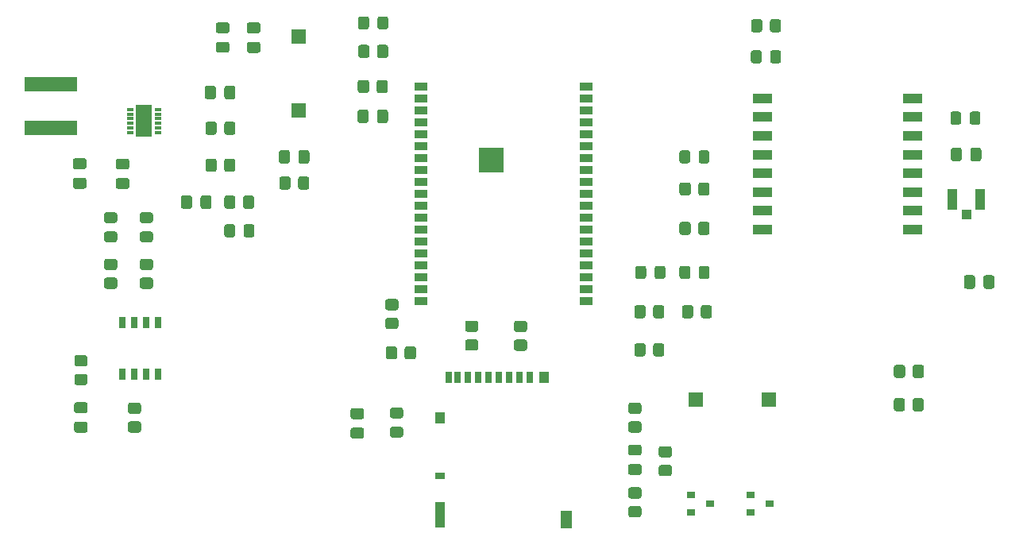
<source format=gbr>
%TF.GenerationSoftware,KiCad,Pcbnew,(5.1.9)-1*%
%TF.CreationDate,2021-07-21T07:35:28-05:00*%
%TF.ProjectId,SE_placa,53455f70-6c61-4636-912e-6b696361645f,A*%
%TF.SameCoordinates,Original*%
%TF.FileFunction,Paste,Top*%
%TF.FilePolarity,Positive*%
%FSLAX46Y46*%
G04 Gerber Fmt 4.6, Leading zero omitted, Abs format (unit mm)*
G04 Created by KiCad (PCBNEW (5.1.9)-1) date 2021-07-21 07:35:28*
%MOMM*%
%LPD*%
G01*
G04 APERTURE LIST*
%ADD10C,0.010000*%
%ADD11R,2.000000X1.000000*%
%ADD12R,1.450000X0.930000*%
%ADD13R,1.300000X1.900000*%
%ADD14R,1.000000X2.800000*%
%ADD15R,1.000000X0.800000*%
%ADD16R,1.000000X1.200000*%
%ADD17R,0.700000X1.200000*%
%ADD18R,1.500000X1.500000*%
%ADD19R,1.050000X1.100000*%
%ADD20R,1.100000X2.250000*%
%ADD21R,0.900000X0.800000*%
%ADD22R,0.700000X1.300000*%
%ADD23R,5.700000X1.600000*%
%ADD24R,0.800000X0.300000*%
%ADD25R,1.800000X3.400000*%
G04 APERTURE END LIST*
D10*
%TO.C,U1*%
G36*
X161181530Y-35095000D02*
G01*
X163715000Y-35095000D01*
X163715000Y-37626044D01*
X161181530Y-37626044D01*
X161181530Y-35095000D01*
G37*
X161181530Y-35095000D02*
X163715000Y-35095000D01*
X163715000Y-37626044D01*
X161181530Y-37626044D01*
X161181530Y-35095000D01*
%TD*%
D11*
%TO.C,U2*%
X207390000Y-29830000D03*
X207390000Y-31830000D03*
X207390000Y-33830000D03*
X207390000Y-35830000D03*
X207390000Y-37830000D03*
X207390000Y-39830000D03*
X207390000Y-41830000D03*
X207390000Y-43830000D03*
X191390000Y-43830000D03*
X191390000Y-41830000D03*
X191390000Y-39830000D03*
X191390000Y-37830000D03*
X191390000Y-35830000D03*
X191390000Y-33830000D03*
X191390000Y-31830000D03*
X191390000Y-29830000D03*
%TD*%
%TO.C,R10*%
G36*
G01*
X184020000Y-52127999D02*
X184020000Y-53028001D01*
G75*
G02*
X183770001Y-53278000I-249999J0D01*
G01*
X183069999Y-53278000D01*
G75*
G02*
X182820000Y-53028001I0J249999D01*
G01*
X182820000Y-52127999D01*
G75*
G02*
X183069999Y-51878000I249999J0D01*
G01*
X183770001Y-51878000D01*
G75*
G02*
X184020000Y-52127999I0J-249999D01*
G01*
G37*
G36*
G01*
X186020000Y-52127999D02*
X186020000Y-53028001D01*
G75*
G02*
X185770001Y-53278000I-249999J0D01*
G01*
X185069999Y-53278000D01*
G75*
G02*
X184820000Y-53028001I0J249999D01*
G01*
X184820000Y-52127999D01*
G75*
G02*
X185069999Y-51878000I249999J0D01*
G01*
X185770001Y-51878000D01*
G75*
G02*
X186020000Y-52127999I0J-249999D01*
G01*
G37*
%TD*%
D12*
%TO.C,U1*%
X172640000Y-28570000D03*
X172640000Y-29840000D03*
X172640000Y-31110000D03*
X172640000Y-32380000D03*
X172640000Y-33650000D03*
X172640000Y-34920000D03*
X172640000Y-36190000D03*
X172640000Y-37460000D03*
X172640000Y-38730000D03*
X172640000Y-40000000D03*
X172640000Y-41270000D03*
X172640000Y-42540000D03*
X172640000Y-43810000D03*
X172640000Y-45080000D03*
X172640000Y-46350000D03*
X172640000Y-47620000D03*
X172640000Y-48890000D03*
X172640000Y-50160000D03*
X172640000Y-51430000D03*
X155020000Y-51430000D03*
X155020000Y-50160000D03*
X155020000Y-48890000D03*
X155020000Y-47620000D03*
X155020000Y-46350000D03*
X155020000Y-45080000D03*
X155020000Y-43810000D03*
X155020000Y-42540000D03*
X155020000Y-41270000D03*
X155020000Y-40000000D03*
X155020000Y-38730000D03*
X155020000Y-37460000D03*
X155020000Y-36190000D03*
X155020000Y-34920000D03*
X155020000Y-33650000D03*
X155020000Y-32380000D03*
X155020000Y-31110000D03*
X155020000Y-29840000D03*
X155020000Y-28570000D03*
%TD*%
D13*
%TO.C,J2*%
X170505000Y-74685000D03*
D14*
X157005000Y-74235000D03*
D15*
X157005000Y-70085000D03*
D16*
X157005000Y-63885000D03*
X168155000Y-59585000D03*
D17*
X160005000Y-59585000D03*
X161105000Y-59585000D03*
X162205000Y-59585000D03*
X163305000Y-59585000D03*
X164405000Y-59585000D03*
X165505000Y-59585000D03*
X166605000Y-59585000D03*
X158905000Y-59585000D03*
X157955000Y-59585000D03*
%TD*%
%TO.C,R11*%
G36*
G01*
X150260000Y-29025001D02*
X150260000Y-28124999D01*
G75*
G02*
X150509999Y-27875000I249999J0D01*
G01*
X151210001Y-27875000D01*
G75*
G02*
X151460000Y-28124999I0J-249999D01*
G01*
X151460000Y-29025001D01*
G75*
G02*
X151210001Y-29275000I-249999J0D01*
G01*
X150509999Y-29275000D01*
G75*
G02*
X150260000Y-29025001I0J249999D01*
G01*
G37*
G36*
G01*
X148260000Y-29025001D02*
X148260000Y-28124999D01*
G75*
G02*
X148509999Y-27875000I249999J0D01*
G01*
X149210001Y-27875000D01*
G75*
G02*
X149460000Y-28124999I0J-249999D01*
G01*
X149460000Y-29025001D01*
G75*
G02*
X149210001Y-29275000I-249999J0D01*
G01*
X148509999Y-29275000D01*
G75*
G02*
X148260000Y-29025001I0J249999D01*
G01*
G37*
%TD*%
%TO.C,R18*%
G36*
G01*
X191386000Y-21647999D02*
X191386000Y-22548001D01*
G75*
G02*
X191136001Y-22798000I-249999J0D01*
G01*
X190435999Y-22798000D01*
G75*
G02*
X190186000Y-22548001I0J249999D01*
G01*
X190186000Y-21647999D01*
G75*
G02*
X190435999Y-21398000I249999J0D01*
G01*
X191136001Y-21398000D01*
G75*
G02*
X191386000Y-21647999I0J-249999D01*
G01*
G37*
G36*
G01*
X193386000Y-21647999D02*
X193386000Y-22548001D01*
G75*
G02*
X193136001Y-22798000I-249999J0D01*
G01*
X192435999Y-22798000D01*
G75*
G02*
X192186000Y-22548001I0J249999D01*
G01*
X192186000Y-21647999D01*
G75*
G02*
X192435999Y-21398000I249999J0D01*
G01*
X193136001Y-21398000D01*
G75*
G02*
X193386000Y-21647999I0J-249999D01*
G01*
G37*
%TD*%
D18*
%TO.C,SW2*%
X141986000Y-23278000D03*
X141986000Y-31078000D03*
%TD*%
D19*
%TO.C,J7*%
X213155000Y-42190000D03*
D20*
X214630000Y-40640000D03*
X211680000Y-40640000D03*
%TD*%
%TO.C,C7*%
G36*
G01*
X213556000Y-36289000D02*
X213556000Y-35339000D01*
G75*
G02*
X213806000Y-35089000I250000J0D01*
G01*
X214481000Y-35089000D01*
G75*
G02*
X214731000Y-35339000I0J-250000D01*
G01*
X214731000Y-36289000D01*
G75*
G02*
X214481000Y-36539000I-250000J0D01*
G01*
X213806000Y-36539000D01*
G75*
G02*
X213556000Y-36289000I0J250000D01*
G01*
G37*
G36*
G01*
X211481000Y-36289000D02*
X211481000Y-35339000D01*
G75*
G02*
X211731000Y-35089000I250000J0D01*
G01*
X212406000Y-35089000D01*
G75*
G02*
X212656000Y-35339000I0J-250000D01*
G01*
X212656000Y-36289000D01*
G75*
G02*
X212406000Y-36539000I-250000J0D01*
G01*
X211731000Y-36539000D01*
G75*
G02*
X211481000Y-36289000I0J250000D01*
G01*
G37*
%TD*%
%TO.C,R19*%
G36*
G01*
X118294999Y-57201000D02*
X119195001Y-57201000D01*
G75*
G02*
X119445000Y-57450999I0J-249999D01*
G01*
X119445000Y-58151001D01*
G75*
G02*
X119195001Y-58401000I-249999J0D01*
G01*
X118294999Y-58401000D01*
G75*
G02*
X118045000Y-58151001I0J249999D01*
G01*
X118045000Y-57450999D01*
G75*
G02*
X118294999Y-57201000I249999J0D01*
G01*
G37*
G36*
G01*
X118294999Y-59201000D02*
X119195001Y-59201000D01*
G75*
G02*
X119445000Y-59450999I0J-249999D01*
G01*
X119445000Y-60151001D01*
G75*
G02*
X119195001Y-60401000I-249999J0D01*
G01*
X118294999Y-60401000D01*
G75*
G02*
X118045000Y-60151001I0J249999D01*
G01*
X118045000Y-59450999D01*
G75*
G02*
X118294999Y-59201000I249999J0D01*
G01*
G37*
%TD*%
%TO.C,C10*%
G36*
G01*
X119093000Y-39471000D02*
X118143000Y-39471000D01*
G75*
G02*
X117893000Y-39221000I0J250000D01*
G01*
X117893000Y-38546000D01*
G75*
G02*
X118143000Y-38296000I250000J0D01*
G01*
X119093000Y-38296000D01*
G75*
G02*
X119343000Y-38546000I0J-250000D01*
G01*
X119343000Y-39221000D01*
G75*
G02*
X119093000Y-39471000I-250000J0D01*
G01*
G37*
G36*
G01*
X119093000Y-37396000D02*
X118143000Y-37396000D01*
G75*
G02*
X117893000Y-37146000I0J250000D01*
G01*
X117893000Y-36471000D01*
G75*
G02*
X118143000Y-36221000I250000J0D01*
G01*
X119093000Y-36221000D01*
G75*
G02*
X119343000Y-36471000I0J-250000D01*
G01*
X119343000Y-37146000D01*
G75*
G02*
X119093000Y-37396000I-250000J0D01*
G01*
G37*
%TD*%
%TO.C,R8*%
G36*
G01*
X141094000Y-38411999D02*
X141094000Y-39312001D01*
G75*
G02*
X140844001Y-39562000I-249999J0D01*
G01*
X140143999Y-39562000D01*
G75*
G02*
X139894000Y-39312001I0J249999D01*
G01*
X139894000Y-38411999D01*
G75*
G02*
X140143999Y-38162000I249999J0D01*
G01*
X140844001Y-38162000D01*
G75*
G02*
X141094000Y-38411999I0J-249999D01*
G01*
G37*
G36*
G01*
X143094000Y-38411999D02*
X143094000Y-39312001D01*
G75*
G02*
X142844001Y-39562000I-249999J0D01*
G01*
X142143999Y-39562000D01*
G75*
G02*
X141894000Y-39312001I0J249999D01*
G01*
X141894000Y-38411999D01*
G75*
G02*
X142143999Y-38162000I249999J0D01*
G01*
X142844001Y-38162000D01*
G75*
G02*
X143094000Y-38411999I0J-249999D01*
G01*
G37*
%TD*%
%TO.C,R16*%
G36*
G01*
X178940000Y-52127999D02*
X178940000Y-53028001D01*
G75*
G02*
X178690001Y-53278000I-249999J0D01*
G01*
X177989999Y-53278000D01*
G75*
G02*
X177740000Y-53028001I0J249999D01*
G01*
X177740000Y-52127999D01*
G75*
G02*
X177989999Y-51878000I249999J0D01*
G01*
X178690001Y-51878000D01*
G75*
G02*
X178940000Y-52127999I0J-249999D01*
G01*
G37*
G36*
G01*
X180940000Y-52127999D02*
X180940000Y-53028001D01*
G75*
G02*
X180690001Y-53278000I-249999J0D01*
G01*
X179989999Y-53278000D01*
G75*
G02*
X179740000Y-53028001I0J249999D01*
G01*
X179740000Y-52127999D01*
G75*
G02*
X179989999Y-51878000I249999J0D01*
G01*
X180690001Y-51878000D01*
G75*
G02*
X180940000Y-52127999I0J-249999D01*
G01*
G37*
%TD*%
%TO.C,R17*%
G36*
G01*
X184550000Y-44138001D02*
X184550000Y-43237999D01*
G75*
G02*
X184799999Y-42988000I249999J0D01*
G01*
X185500001Y-42988000D01*
G75*
G02*
X185750000Y-43237999I0J-249999D01*
G01*
X185750000Y-44138001D01*
G75*
G02*
X185500001Y-44388000I-249999J0D01*
G01*
X184799999Y-44388000D01*
G75*
G02*
X184550000Y-44138001I0J249999D01*
G01*
G37*
G36*
G01*
X182550000Y-44138001D02*
X182550000Y-43237999D01*
G75*
G02*
X182799999Y-42988000I249999J0D01*
G01*
X183500001Y-42988000D01*
G75*
G02*
X183750000Y-43237999I0J-249999D01*
G01*
X183750000Y-44138001D01*
G75*
G02*
X183500001Y-44388000I-249999J0D01*
G01*
X182799999Y-44388000D01*
G75*
G02*
X182550000Y-44138001I0J249999D01*
G01*
G37*
%TD*%
%TO.C,R14*%
G36*
G01*
X183750000Y-39046999D02*
X183750000Y-39947001D01*
G75*
G02*
X183500001Y-40197000I-249999J0D01*
G01*
X182799999Y-40197000D01*
G75*
G02*
X182550000Y-39947001I0J249999D01*
G01*
X182550000Y-39046999D01*
G75*
G02*
X182799999Y-38797000I249999J0D01*
G01*
X183500001Y-38797000D01*
G75*
G02*
X183750000Y-39046999I0J-249999D01*
G01*
G37*
G36*
G01*
X185750000Y-39046999D02*
X185750000Y-39947001D01*
G75*
G02*
X185500001Y-40197000I-249999J0D01*
G01*
X184799999Y-40197000D01*
G75*
G02*
X184550000Y-39947001I0J249999D01*
G01*
X184550000Y-39046999D01*
G75*
G02*
X184799999Y-38797000I249999J0D01*
G01*
X185500001Y-38797000D01*
G75*
G02*
X185750000Y-39046999I0J-249999D01*
G01*
G37*
%TD*%
%TO.C,R15*%
G36*
G01*
X149507500Y-24378499D02*
X149507500Y-25278501D01*
G75*
G02*
X149257501Y-25528500I-249999J0D01*
G01*
X148557499Y-25528500D01*
G75*
G02*
X148307500Y-25278501I0J249999D01*
G01*
X148307500Y-24378499D01*
G75*
G02*
X148557499Y-24128500I249999J0D01*
G01*
X149257501Y-24128500D01*
G75*
G02*
X149507500Y-24378499I0J-249999D01*
G01*
G37*
G36*
G01*
X151507500Y-24378499D02*
X151507500Y-25278501D01*
G75*
G02*
X151257501Y-25528500I-249999J0D01*
G01*
X150557499Y-25528500D01*
G75*
G02*
X150307500Y-25278501I0J249999D01*
G01*
X150307500Y-24378499D01*
G75*
G02*
X150557499Y-24128500I249999J0D01*
G01*
X151257501Y-24128500D01*
G75*
G02*
X151507500Y-24378499I0J-249999D01*
G01*
G37*
%TD*%
%TO.C,R9*%
G36*
G01*
X179740000Y-57092001D02*
X179740000Y-56191999D01*
G75*
G02*
X179989999Y-55942000I249999J0D01*
G01*
X180690001Y-55942000D01*
G75*
G02*
X180940000Y-56191999I0J-249999D01*
G01*
X180940000Y-57092001D01*
G75*
G02*
X180690001Y-57342000I-249999J0D01*
G01*
X179989999Y-57342000D01*
G75*
G02*
X179740000Y-57092001I0J249999D01*
G01*
G37*
G36*
G01*
X177740000Y-57092001D02*
X177740000Y-56191999D01*
G75*
G02*
X177989999Y-55942000I249999J0D01*
G01*
X178690001Y-55942000D01*
G75*
G02*
X178940000Y-56191999I0J-249999D01*
G01*
X178940000Y-57092001D01*
G75*
G02*
X178690001Y-57342000I-249999J0D01*
G01*
X177989999Y-57342000D01*
G75*
G02*
X177740000Y-57092001I0J249999D01*
G01*
G37*
%TD*%
%TO.C,R7*%
G36*
G01*
X165157999Y-55534000D02*
X166058001Y-55534000D01*
G75*
G02*
X166308000Y-55783999I0J-249999D01*
G01*
X166308000Y-56484001D01*
G75*
G02*
X166058001Y-56734000I-249999J0D01*
G01*
X165157999Y-56734000D01*
G75*
G02*
X164908000Y-56484001I0J249999D01*
G01*
X164908000Y-55783999D01*
G75*
G02*
X165157999Y-55534000I249999J0D01*
G01*
G37*
G36*
G01*
X165157999Y-53534000D02*
X166058001Y-53534000D01*
G75*
G02*
X166308000Y-53783999I0J-249999D01*
G01*
X166308000Y-54484001D01*
G75*
G02*
X166058001Y-54734000I-249999J0D01*
G01*
X165157999Y-54734000D01*
G75*
G02*
X164908000Y-54484001I0J249999D01*
G01*
X164908000Y-53783999D01*
G75*
G02*
X165157999Y-53534000I249999J0D01*
G01*
G37*
%TD*%
%TO.C,R6*%
G36*
G01*
X178250001Y-72482000D02*
X177349999Y-72482000D01*
G75*
G02*
X177100000Y-72232001I0J249999D01*
G01*
X177100000Y-71531999D01*
G75*
G02*
X177349999Y-71282000I249999J0D01*
G01*
X178250001Y-71282000D01*
G75*
G02*
X178500000Y-71531999I0J-249999D01*
G01*
X178500000Y-72232001D01*
G75*
G02*
X178250001Y-72482000I-249999J0D01*
G01*
G37*
G36*
G01*
X178250001Y-74482000D02*
X177349999Y-74482000D01*
G75*
G02*
X177100000Y-74232001I0J249999D01*
G01*
X177100000Y-73531999D01*
G75*
G02*
X177349999Y-73282000I249999J0D01*
G01*
X178250001Y-73282000D01*
G75*
G02*
X178500000Y-73531999I0J-249999D01*
G01*
X178500000Y-74232001D01*
G75*
G02*
X178250001Y-74482000I-249999J0D01*
G01*
G37*
%TD*%
%TO.C,R5*%
G36*
G01*
X181488501Y-68100500D02*
X180588499Y-68100500D01*
G75*
G02*
X180338500Y-67850501I0J249999D01*
G01*
X180338500Y-67150499D01*
G75*
G02*
X180588499Y-66900500I249999J0D01*
G01*
X181488501Y-66900500D01*
G75*
G02*
X181738500Y-67150499I0J-249999D01*
G01*
X181738500Y-67850501D01*
G75*
G02*
X181488501Y-68100500I-249999J0D01*
G01*
G37*
G36*
G01*
X181488501Y-70100500D02*
X180588499Y-70100500D01*
G75*
G02*
X180338500Y-69850501I0J249999D01*
G01*
X180338500Y-69150499D01*
G75*
G02*
X180588499Y-68900500I249999J0D01*
G01*
X181488501Y-68900500D01*
G75*
G02*
X181738500Y-69150499I0J-249999D01*
G01*
X181738500Y-69850501D01*
G75*
G02*
X181488501Y-70100500I-249999J0D01*
G01*
G37*
%TD*%
%TO.C,R4*%
G36*
G01*
X152342001Y-52416000D02*
X151441999Y-52416000D01*
G75*
G02*
X151192000Y-52166001I0J249999D01*
G01*
X151192000Y-51465999D01*
G75*
G02*
X151441999Y-51216000I249999J0D01*
G01*
X152342001Y-51216000D01*
G75*
G02*
X152592000Y-51465999I0J-249999D01*
G01*
X152592000Y-52166001D01*
G75*
G02*
X152342001Y-52416000I-249999J0D01*
G01*
G37*
G36*
G01*
X152342001Y-54416000D02*
X151441999Y-54416000D01*
G75*
G02*
X151192000Y-54166001I0J249999D01*
G01*
X151192000Y-53465999D01*
G75*
G02*
X151441999Y-53216000I249999J0D01*
G01*
X152342001Y-53216000D01*
G75*
G02*
X152592000Y-53465999I0J-249999D01*
G01*
X152592000Y-54166001D01*
G75*
G02*
X152342001Y-54416000I-249999J0D01*
G01*
G37*
%TD*%
%TO.C,R3*%
G36*
G01*
X159950999Y-55518000D02*
X160851001Y-55518000D01*
G75*
G02*
X161101000Y-55767999I0J-249999D01*
G01*
X161101000Y-56468001D01*
G75*
G02*
X160851001Y-56718000I-249999J0D01*
G01*
X159950999Y-56718000D01*
G75*
G02*
X159701000Y-56468001I0J249999D01*
G01*
X159701000Y-55767999D01*
G75*
G02*
X159950999Y-55518000I249999J0D01*
G01*
G37*
G36*
G01*
X159950999Y-53518000D02*
X160851001Y-53518000D01*
G75*
G02*
X161101000Y-53767999I0J-249999D01*
G01*
X161101000Y-54468001D01*
G75*
G02*
X160851001Y-54718000I-249999J0D01*
G01*
X159950999Y-54718000D01*
G75*
G02*
X159701000Y-54468001I0J249999D01*
G01*
X159701000Y-53767999D01*
G75*
G02*
X159950999Y-53518000I249999J0D01*
G01*
G37*
%TD*%
%TO.C,R2*%
G36*
G01*
X177349999Y-64265000D02*
X178250001Y-64265000D01*
G75*
G02*
X178500000Y-64514999I0J-249999D01*
G01*
X178500000Y-65215001D01*
G75*
G02*
X178250001Y-65465000I-249999J0D01*
G01*
X177349999Y-65465000D01*
G75*
G02*
X177100000Y-65215001I0J249999D01*
G01*
X177100000Y-64514999D01*
G75*
G02*
X177349999Y-64265000I249999J0D01*
G01*
G37*
G36*
G01*
X177349999Y-62265000D02*
X178250001Y-62265000D01*
G75*
G02*
X178500000Y-62514999I0J-249999D01*
G01*
X178500000Y-63215001D01*
G75*
G02*
X178250001Y-63465000I-249999J0D01*
G01*
X177349999Y-63465000D01*
G75*
G02*
X177100000Y-63215001I0J249999D01*
G01*
X177100000Y-62514999D01*
G75*
G02*
X177349999Y-62265000I249999J0D01*
G01*
G37*
%TD*%
%TO.C,R1*%
G36*
G01*
X153260500Y-57409501D02*
X153260500Y-56509499D01*
G75*
G02*
X153510499Y-56259500I249999J0D01*
G01*
X154210501Y-56259500D01*
G75*
G02*
X154460500Y-56509499I0J-249999D01*
G01*
X154460500Y-57409501D01*
G75*
G02*
X154210501Y-57659500I-249999J0D01*
G01*
X153510499Y-57659500D01*
G75*
G02*
X153260500Y-57409501I0J249999D01*
G01*
G37*
G36*
G01*
X151260500Y-57409501D02*
X151260500Y-56509499D01*
G75*
G02*
X151510499Y-56259500I249999J0D01*
G01*
X152210501Y-56259500D01*
G75*
G02*
X152460500Y-56509499I0J-249999D01*
G01*
X152460500Y-57409501D01*
G75*
G02*
X152210501Y-57659500I-249999J0D01*
G01*
X151510499Y-57659500D01*
G75*
G02*
X151260500Y-57409501I0J249999D01*
G01*
G37*
%TD*%
D21*
%TO.C,Q2*%
X192135000Y-73025000D03*
X190135000Y-73975000D03*
X190135000Y-72075000D03*
%TD*%
%TO.C,Q1*%
X185785000Y-73025000D03*
X183785000Y-73975000D03*
X183785000Y-72075000D03*
%TD*%
%TO.C,L3*%
G36*
G01*
X212583500Y-31490499D02*
X212583500Y-32390501D01*
G75*
G02*
X212333501Y-32640500I-249999J0D01*
G01*
X211683499Y-32640500D01*
G75*
G02*
X211433500Y-32390501I0J249999D01*
G01*
X211433500Y-31490499D01*
G75*
G02*
X211683499Y-31240500I249999J0D01*
G01*
X212333501Y-31240500D01*
G75*
G02*
X212583500Y-31490499I0J-249999D01*
G01*
G37*
G36*
G01*
X214633500Y-31490499D02*
X214633500Y-32390501D01*
G75*
G02*
X214383501Y-32640500I-249999J0D01*
G01*
X213733499Y-32640500D01*
G75*
G02*
X213483500Y-32390501I0J249999D01*
G01*
X213483500Y-31490499D01*
G75*
G02*
X213733499Y-31240500I249999J0D01*
G01*
X214383501Y-31240500D01*
G75*
G02*
X214633500Y-31490499I0J-249999D01*
G01*
G37*
%TD*%
%TO.C,L2*%
G36*
G01*
X151949999Y-64830000D02*
X152850001Y-64830000D01*
G75*
G02*
X153100000Y-65079999I0J-249999D01*
G01*
X153100000Y-65730001D01*
G75*
G02*
X152850001Y-65980000I-249999J0D01*
G01*
X151949999Y-65980000D01*
G75*
G02*
X151700000Y-65730001I0J249999D01*
G01*
X151700000Y-65079999D01*
G75*
G02*
X151949999Y-64830000I249999J0D01*
G01*
G37*
G36*
G01*
X151949999Y-62780000D02*
X152850001Y-62780000D01*
G75*
G02*
X153100000Y-63029999I0J-249999D01*
G01*
X153100000Y-63680001D01*
G75*
G02*
X152850001Y-63930000I-249999J0D01*
G01*
X151949999Y-63930000D01*
G75*
G02*
X151700000Y-63680001I0J249999D01*
G01*
X151700000Y-63029999D01*
G75*
G02*
X151949999Y-62780000I249999J0D01*
G01*
G37*
%TD*%
%TO.C,D5*%
G36*
G01*
X192220000Y-25850001D02*
X192220000Y-24949999D01*
G75*
G02*
X192469999Y-24700000I249999J0D01*
G01*
X193120001Y-24700000D01*
G75*
G02*
X193370000Y-24949999I0J-249999D01*
G01*
X193370000Y-25850001D01*
G75*
G02*
X193120001Y-26100000I-249999J0D01*
G01*
X192469999Y-26100000D01*
G75*
G02*
X192220000Y-25850001I0J249999D01*
G01*
G37*
G36*
G01*
X190170000Y-25850001D02*
X190170000Y-24949999D01*
G75*
G02*
X190419999Y-24700000I249999J0D01*
G01*
X191070001Y-24700000D01*
G75*
G02*
X191320000Y-24949999I0J-249999D01*
G01*
X191320000Y-25850001D01*
G75*
G02*
X191070001Y-26100000I-249999J0D01*
G01*
X190419999Y-26100000D01*
G75*
G02*
X190170000Y-25850001I0J249999D01*
G01*
G37*
%TD*%
%TO.C,D4*%
G36*
G01*
X179901000Y-48837001D02*
X179901000Y-47936999D01*
G75*
G02*
X180150999Y-47687000I249999J0D01*
G01*
X180801001Y-47687000D01*
G75*
G02*
X181051000Y-47936999I0J-249999D01*
G01*
X181051000Y-48837001D01*
G75*
G02*
X180801001Y-49087000I-249999J0D01*
G01*
X180150999Y-49087000D01*
G75*
G02*
X179901000Y-48837001I0J249999D01*
G01*
G37*
G36*
G01*
X177851000Y-48837001D02*
X177851000Y-47936999D01*
G75*
G02*
X178100999Y-47687000I249999J0D01*
G01*
X178751001Y-47687000D01*
G75*
G02*
X179001000Y-47936999I0J-249999D01*
G01*
X179001000Y-48837001D01*
G75*
G02*
X178751001Y-49087000I-249999J0D01*
G01*
X178100999Y-49087000D01*
G75*
G02*
X177851000Y-48837001I0J249999D01*
G01*
G37*
%TD*%
%TO.C,D3*%
G36*
G01*
X183700000Y-47936999D02*
X183700000Y-48837001D01*
G75*
G02*
X183450001Y-49087000I-249999J0D01*
G01*
X182799999Y-49087000D01*
G75*
G02*
X182550000Y-48837001I0J249999D01*
G01*
X182550000Y-47936999D01*
G75*
G02*
X182799999Y-47687000I249999J0D01*
G01*
X183450001Y-47687000D01*
G75*
G02*
X183700000Y-47936999I0J-249999D01*
G01*
G37*
G36*
G01*
X185750000Y-47936999D02*
X185750000Y-48837001D01*
G75*
G02*
X185500001Y-49087000I-249999J0D01*
G01*
X184849999Y-49087000D01*
G75*
G02*
X184600000Y-48837001I0J249999D01*
G01*
X184600000Y-47936999D01*
G75*
G02*
X184849999Y-47687000I249999J0D01*
G01*
X185500001Y-47687000D01*
G75*
G02*
X185750000Y-47936999I0J-249999D01*
G01*
G37*
%TD*%
%TO.C,D1*%
G36*
G01*
X184591000Y-36518001D02*
X184591000Y-35617999D01*
G75*
G02*
X184840999Y-35368000I249999J0D01*
G01*
X185491001Y-35368000D01*
G75*
G02*
X185741000Y-35617999I0J-249999D01*
G01*
X185741000Y-36518001D01*
G75*
G02*
X185491001Y-36768000I-249999J0D01*
G01*
X184840999Y-36768000D01*
G75*
G02*
X184591000Y-36518001I0J249999D01*
G01*
G37*
G36*
G01*
X182541000Y-36518001D02*
X182541000Y-35617999D01*
G75*
G02*
X182790999Y-35368000I249999J0D01*
G01*
X183441001Y-35368000D01*
G75*
G02*
X183691000Y-35617999I0J-249999D01*
G01*
X183691000Y-36518001D01*
G75*
G02*
X183441001Y-36768000I-249999J0D01*
G01*
X182790999Y-36768000D01*
G75*
G02*
X182541000Y-36518001I0J249999D01*
G01*
G37*
%TD*%
%TO.C,D2*%
G36*
G01*
X150353000Y-22245001D02*
X150353000Y-21344999D01*
G75*
G02*
X150602999Y-21095000I249999J0D01*
G01*
X151253001Y-21095000D01*
G75*
G02*
X151503000Y-21344999I0J-249999D01*
G01*
X151503000Y-22245001D01*
G75*
G02*
X151253001Y-22495000I-249999J0D01*
G01*
X150602999Y-22495000D01*
G75*
G02*
X150353000Y-22245001I0J249999D01*
G01*
G37*
G36*
G01*
X148303000Y-22245001D02*
X148303000Y-21344999D01*
G75*
G02*
X148552999Y-21095000I249999J0D01*
G01*
X149203001Y-21095000D01*
G75*
G02*
X149453000Y-21344999I0J-249999D01*
G01*
X149453000Y-22245001D01*
G75*
G02*
X149203001Y-22495000I-249999J0D01*
G01*
X148552999Y-22495000D01*
G75*
G02*
X148303000Y-22245001I0J249999D01*
G01*
G37*
%TD*%
%TO.C,C8*%
G36*
G01*
X214953000Y-49878000D02*
X214953000Y-48928000D01*
G75*
G02*
X215203000Y-48678000I250000J0D01*
G01*
X215878000Y-48678000D01*
G75*
G02*
X216128000Y-48928000I0J-250000D01*
G01*
X216128000Y-49878000D01*
G75*
G02*
X215878000Y-50128000I-250000J0D01*
G01*
X215203000Y-50128000D01*
G75*
G02*
X214953000Y-49878000I0J250000D01*
G01*
G37*
G36*
G01*
X212878000Y-49878000D02*
X212878000Y-48928000D01*
G75*
G02*
X213128000Y-48678000I250000J0D01*
G01*
X213803000Y-48678000D01*
G75*
G02*
X214053000Y-48928000I0J-250000D01*
G01*
X214053000Y-49878000D01*
G75*
G02*
X213803000Y-50128000I-250000J0D01*
G01*
X213128000Y-50128000D01*
G75*
G02*
X212878000Y-49878000I0J250000D01*
G01*
G37*
%TD*%
%TO.C,C6*%
G36*
G01*
X150310000Y-32225000D02*
X150310000Y-31275000D01*
G75*
G02*
X150560000Y-31025000I250000J0D01*
G01*
X151235000Y-31025000D01*
G75*
G02*
X151485000Y-31275000I0J-250000D01*
G01*
X151485000Y-32225000D01*
G75*
G02*
X151235000Y-32475000I-250000J0D01*
G01*
X150560000Y-32475000D01*
G75*
G02*
X150310000Y-32225000I0J250000D01*
G01*
G37*
G36*
G01*
X148235000Y-32225000D02*
X148235000Y-31275000D01*
G75*
G02*
X148485000Y-31025000I250000J0D01*
G01*
X149160000Y-31025000D01*
G75*
G02*
X149410000Y-31275000I0J-250000D01*
G01*
X149410000Y-32225000D01*
G75*
G02*
X149160000Y-32475000I-250000J0D01*
G01*
X148485000Y-32475000D01*
G75*
G02*
X148235000Y-32225000I0J250000D01*
G01*
G37*
%TD*%
%TO.C,C4*%
G36*
G01*
X141928000Y-36543000D02*
X141928000Y-35593000D01*
G75*
G02*
X142178000Y-35343000I250000J0D01*
G01*
X142853000Y-35343000D01*
G75*
G02*
X143103000Y-35593000I0J-250000D01*
G01*
X143103000Y-36543000D01*
G75*
G02*
X142853000Y-36793000I-250000J0D01*
G01*
X142178000Y-36793000D01*
G75*
G02*
X141928000Y-36543000I0J250000D01*
G01*
G37*
G36*
G01*
X139853000Y-36543000D02*
X139853000Y-35593000D01*
G75*
G02*
X140103000Y-35343000I250000J0D01*
G01*
X140778000Y-35343000D01*
G75*
G02*
X141028000Y-35593000I0J-250000D01*
G01*
X141028000Y-36543000D01*
G75*
G02*
X140778000Y-36793000I-250000J0D01*
G01*
X140103000Y-36793000D01*
G75*
G02*
X139853000Y-36543000I0J250000D01*
G01*
G37*
%TD*%
%TO.C,C5*%
G36*
G01*
X178275000Y-67897500D02*
X177325000Y-67897500D01*
G75*
G02*
X177075000Y-67647500I0J250000D01*
G01*
X177075000Y-66972500D01*
G75*
G02*
X177325000Y-66722500I250000J0D01*
G01*
X178275000Y-66722500D01*
G75*
G02*
X178525000Y-66972500I0J-250000D01*
G01*
X178525000Y-67647500D01*
G75*
G02*
X178275000Y-67897500I-250000J0D01*
G01*
G37*
G36*
G01*
X178275000Y-69972500D02*
X177325000Y-69972500D01*
G75*
G02*
X177075000Y-69722500I0J250000D01*
G01*
X177075000Y-69047500D01*
G75*
G02*
X177325000Y-68797500I250000J0D01*
G01*
X178275000Y-68797500D01*
G75*
G02*
X178525000Y-69047500I0J-250000D01*
G01*
X178525000Y-69722500D01*
G75*
G02*
X178275000Y-69972500I-250000J0D01*
G01*
G37*
%TD*%
%TO.C,C1*%
G36*
G01*
X147734000Y-64924000D02*
X148684000Y-64924000D01*
G75*
G02*
X148934000Y-65174000I0J-250000D01*
G01*
X148934000Y-65849000D01*
G75*
G02*
X148684000Y-66099000I-250000J0D01*
G01*
X147734000Y-66099000D01*
G75*
G02*
X147484000Y-65849000I0J250000D01*
G01*
X147484000Y-65174000D01*
G75*
G02*
X147734000Y-64924000I250000J0D01*
G01*
G37*
G36*
G01*
X147734000Y-62849000D02*
X148684000Y-62849000D01*
G75*
G02*
X148934000Y-63099000I0J-250000D01*
G01*
X148934000Y-63774000D01*
G75*
G02*
X148684000Y-64024000I-250000J0D01*
G01*
X147734000Y-64024000D01*
G75*
G02*
X147484000Y-63774000I0J250000D01*
G01*
X147484000Y-63099000D01*
G75*
G02*
X147734000Y-62849000I250000J0D01*
G01*
G37*
%TD*%
%TO.C,C2*%
G36*
G01*
X137635000Y-22918000D02*
X136685000Y-22918000D01*
G75*
G02*
X136435000Y-22668000I0J250000D01*
G01*
X136435000Y-21993000D01*
G75*
G02*
X136685000Y-21743000I250000J0D01*
G01*
X137635000Y-21743000D01*
G75*
G02*
X137885000Y-21993000I0J-250000D01*
G01*
X137885000Y-22668000D01*
G75*
G02*
X137635000Y-22918000I-250000J0D01*
G01*
G37*
G36*
G01*
X137635000Y-24993000D02*
X136685000Y-24993000D01*
G75*
G02*
X136435000Y-24743000I0J250000D01*
G01*
X136435000Y-24068000D01*
G75*
G02*
X136685000Y-23818000I250000J0D01*
G01*
X137635000Y-23818000D01*
G75*
G02*
X137885000Y-24068000I0J-250000D01*
G01*
X137885000Y-24743000D01*
G75*
G02*
X137635000Y-24993000I-250000J0D01*
G01*
G37*
%TD*%
%TO.C,C3*%
G36*
G01*
X134333000Y-24971500D02*
X133383000Y-24971500D01*
G75*
G02*
X133133000Y-24721500I0J250000D01*
G01*
X133133000Y-24046500D01*
G75*
G02*
X133383000Y-23796500I250000J0D01*
G01*
X134333000Y-23796500D01*
G75*
G02*
X134583000Y-24046500I0J-250000D01*
G01*
X134583000Y-24721500D01*
G75*
G02*
X134333000Y-24971500I-250000J0D01*
G01*
G37*
G36*
G01*
X134333000Y-22896500D02*
X133383000Y-22896500D01*
G75*
G02*
X133133000Y-22646500I0J250000D01*
G01*
X133133000Y-21971500D01*
G75*
G02*
X133383000Y-21721500I250000J0D01*
G01*
X134333000Y-21721500D01*
G75*
G02*
X134583000Y-21971500I0J-250000D01*
G01*
X134583000Y-22646500D01*
G75*
G02*
X134333000Y-22896500I-250000J0D01*
G01*
G37*
%TD*%
%TO.C,C9*%
G36*
G01*
X118270000Y-64289000D02*
X119220000Y-64289000D01*
G75*
G02*
X119470000Y-64539000I0J-250000D01*
G01*
X119470000Y-65214000D01*
G75*
G02*
X119220000Y-65464000I-250000J0D01*
G01*
X118270000Y-65464000D01*
G75*
G02*
X118020000Y-65214000I0J250000D01*
G01*
X118020000Y-64539000D01*
G75*
G02*
X118270000Y-64289000I250000J0D01*
G01*
G37*
G36*
G01*
X118270000Y-62214000D02*
X119220000Y-62214000D01*
G75*
G02*
X119470000Y-62464000I0J-250000D01*
G01*
X119470000Y-63139000D01*
G75*
G02*
X119220000Y-63389000I-250000J0D01*
G01*
X118270000Y-63389000D01*
G75*
G02*
X118020000Y-63139000I0J250000D01*
G01*
X118020000Y-62464000D01*
G75*
G02*
X118270000Y-62214000I250000J0D01*
G01*
G37*
%TD*%
%TO.C,C11*%
G36*
G01*
X123665000Y-37417500D02*
X122715000Y-37417500D01*
G75*
G02*
X122465000Y-37167500I0J250000D01*
G01*
X122465000Y-36492500D01*
G75*
G02*
X122715000Y-36242500I250000J0D01*
G01*
X123665000Y-36242500D01*
G75*
G02*
X123915000Y-36492500I0J-250000D01*
G01*
X123915000Y-37167500D01*
G75*
G02*
X123665000Y-37417500I-250000J0D01*
G01*
G37*
G36*
G01*
X123665000Y-39492500D02*
X122715000Y-39492500D01*
G75*
G02*
X122465000Y-39242500I0J250000D01*
G01*
X122465000Y-38567500D01*
G75*
G02*
X122715000Y-38317500I250000J0D01*
G01*
X123665000Y-38317500D01*
G75*
G02*
X123915000Y-38567500I0J-250000D01*
G01*
X123915000Y-39242500D01*
G75*
G02*
X123665000Y-39492500I-250000J0D01*
G01*
G37*
%TD*%
%TO.C,C12*%
G36*
G01*
X131957500Y-29685000D02*
X131957500Y-28735000D01*
G75*
G02*
X132207500Y-28485000I250000J0D01*
G01*
X132882500Y-28485000D01*
G75*
G02*
X133132500Y-28735000I0J-250000D01*
G01*
X133132500Y-29685000D01*
G75*
G02*
X132882500Y-29935000I-250000J0D01*
G01*
X132207500Y-29935000D01*
G75*
G02*
X131957500Y-29685000I0J250000D01*
G01*
G37*
G36*
G01*
X134032500Y-29685000D02*
X134032500Y-28735000D01*
G75*
G02*
X134282500Y-28485000I250000J0D01*
G01*
X134957500Y-28485000D01*
G75*
G02*
X135207500Y-28735000I0J-250000D01*
G01*
X135207500Y-29685000D01*
G75*
G02*
X134957500Y-29935000I-250000J0D01*
G01*
X134282500Y-29935000D01*
G75*
G02*
X134032500Y-29685000I0J250000D01*
G01*
G37*
%TD*%
%TO.C,C13*%
G36*
G01*
X129417500Y-41369000D02*
X129417500Y-40419000D01*
G75*
G02*
X129667500Y-40169000I250000J0D01*
G01*
X130342500Y-40169000D01*
G75*
G02*
X130592500Y-40419000I0J-250000D01*
G01*
X130592500Y-41369000D01*
G75*
G02*
X130342500Y-41619000I-250000J0D01*
G01*
X129667500Y-41619000D01*
G75*
G02*
X129417500Y-41369000I0J250000D01*
G01*
G37*
G36*
G01*
X131492500Y-41369000D02*
X131492500Y-40419000D01*
G75*
G02*
X131742500Y-40169000I250000J0D01*
G01*
X132417500Y-40169000D01*
G75*
G02*
X132667500Y-40419000I0J-250000D01*
G01*
X132667500Y-41369000D01*
G75*
G02*
X132417500Y-41619000I-250000J0D01*
G01*
X131742500Y-41619000D01*
G75*
G02*
X131492500Y-41369000I0J250000D01*
G01*
G37*
%TD*%
%TO.C,D6*%
G36*
G01*
X122370001Y-43120000D02*
X121469999Y-43120000D01*
G75*
G02*
X121220000Y-42870001I0J249999D01*
G01*
X121220000Y-42219999D01*
G75*
G02*
X121469999Y-41970000I249999J0D01*
G01*
X122370001Y-41970000D01*
G75*
G02*
X122620000Y-42219999I0J-249999D01*
G01*
X122620000Y-42870001D01*
G75*
G02*
X122370001Y-43120000I-249999J0D01*
G01*
G37*
G36*
G01*
X122370001Y-45170000D02*
X121469999Y-45170000D01*
G75*
G02*
X121220000Y-44920001I0J249999D01*
G01*
X121220000Y-44269999D01*
G75*
G02*
X121469999Y-44020000I249999J0D01*
G01*
X122370001Y-44020000D01*
G75*
G02*
X122620000Y-44269999I0J-249999D01*
G01*
X122620000Y-44920001D01*
G75*
G02*
X122370001Y-45170000I-249999J0D01*
G01*
G37*
%TD*%
%TO.C,D7*%
G36*
G01*
X126180001Y-45170000D02*
X125279999Y-45170000D01*
G75*
G02*
X125030000Y-44920001I0J249999D01*
G01*
X125030000Y-44269999D01*
G75*
G02*
X125279999Y-44020000I249999J0D01*
G01*
X126180001Y-44020000D01*
G75*
G02*
X126430000Y-44269999I0J-249999D01*
G01*
X126430000Y-44920001D01*
G75*
G02*
X126180001Y-45170000I-249999J0D01*
G01*
G37*
G36*
G01*
X126180001Y-43120000D02*
X125279999Y-43120000D01*
G75*
G02*
X125030000Y-42870001I0J249999D01*
G01*
X125030000Y-42219999D01*
G75*
G02*
X125279999Y-41970000I249999J0D01*
G01*
X126180001Y-41970000D01*
G75*
G02*
X126430000Y-42219999I0J-249999D01*
G01*
X126430000Y-42870001D01*
G75*
G02*
X126180001Y-43120000I-249999J0D01*
G01*
G37*
%TD*%
D22*
%TO.C,IC1*%
X124460000Y-53765000D03*
X123190000Y-53765000D03*
X125730000Y-53765000D03*
X127000000Y-53765000D03*
X124460000Y-59265000D03*
X123190000Y-59265000D03*
X125730000Y-59265000D03*
X127000000Y-59265000D03*
%TD*%
%TO.C,L1*%
G36*
G01*
X134036000Y-44392001D02*
X134036000Y-43491999D01*
G75*
G02*
X134285999Y-43242000I249999J0D01*
G01*
X134936001Y-43242000D01*
G75*
G02*
X135186000Y-43491999I0J-249999D01*
G01*
X135186000Y-44392001D01*
G75*
G02*
X134936001Y-44642000I-249999J0D01*
G01*
X134285999Y-44642000D01*
G75*
G02*
X134036000Y-44392001I0J249999D01*
G01*
G37*
G36*
G01*
X136086000Y-44392001D02*
X136086000Y-43491999D01*
G75*
G02*
X136335999Y-43242000I249999J0D01*
G01*
X136986001Y-43242000D01*
G75*
G02*
X137236000Y-43491999I0J-249999D01*
G01*
X137236000Y-44392001D01*
G75*
G02*
X136986001Y-44642000I-249999J0D01*
G01*
X136335999Y-44642000D01*
G75*
G02*
X136086000Y-44392001I0J249999D01*
G01*
G37*
%TD*%
D23*
%TO.C,L4*%
X115570000Y-33020000D03*
X115570000Y-28320000D03*
%TD*%
%TO.C,R12*%
G36*
G01*
X205410000Y-59378001D02*
X205410000Y-58477999D01*
G75*
G02*
X205659999Y-58228000I249999J0D01*
G01*
X206360001Y-58228000D01*
G75*
G02*
X206610000Y-58477999I0J-249999D01*
G01*
X206610000Y-59378001D01*
G75*
G02*
X206360001Y-59628000I-249999J0D01*
G01*
X205659999Y-59628000D01*
G75*
G02*
X205410000Y-59378001I0J249999D01*
G01*
G37*
G36*
G01*
X207410000Y-59378001D02*
X207410000Y-58477999D01*
G75*
G02*
X207659999Y-58228000I249999J0D01*
G01*
X208360001Y-58228000D01*
G75*
G02*
X208610000Y-58477999I0J-249999D01*
G01*
X208610000Y-59378001D01*
G75*
G02*
X208360001Y-59628000I-249999J0D01*
G01*
X207659999Y-59628000D01*
G75*
G02*
X207410000Y-59378001I0J249999D01*
G01*
G37*
%TD*%
%TO.C,R13*%
G36*
G01*
X207394000Y-62934001D02*
X207394000Y-62033999D01*
G75*
G02*
X207643999Y-61784000I249999J0D01*
G01*
X208344001Y-61784000D01*
G75*
G02*
X208594000Y-62033999I0J-249999D01*
G01*
X208594000Y-62934001D01*
G75*
G02*
X208344001Y-63184000I-249999J0D01*
G01*
X207643999Y-63184000D01*
G75*
G02*
X207394000Y-62934001I0J249999D01*
G01*
G37*
G36*
G01*
X205394000Y-62934001D02*
X205394000Y-62033999D01*
G75*
G02*
X205643999Y-61784000I249999J0D01*
G01*
X206344001Y-61784000D01*
G75*
G02*
X206594000Y-62033999I0J-249999D01*
G01*
X206594000Y-62934001D01*
G75*
G02*
X206344001Y-63184000I-249999J0D01*
G01*
X205643999Y-63184000D01*
G75*
G02*
X205394000Y-62934001I0J249999D01*
G01*
G37*
%TD*%
%TO.C,R20*%
G36*
G01*
X122370001Y-48130000D02*
X121469999Y-48130000D01*
G75*
G02*
X121220000Y-47880001I0J249999D01*
G01*
X121220000Y-47179999D01*
G75*
G02*
X121469999Y-46930000I249999J0D01*
G01*
X122370001Y-46930000D01*
G75*
G02*
X122620000Y-47179999I0J-249999D01*
G01*
X122620000Y-47880001D01*
G75*
G02*
X122370001Y-48130000I-249999J0D01*
G01*
G37*
G36*
G01*
X122370001Y-50130000D02*
X121469999Y-50130000D01*
G75*
G02*
X121220000Y-49880001I0J249999D01*
G01*
X121220000Y-49179999D01*
G75*
G02*
X121469999Y-48930000I249999J0D01*
G01*
X122370001Y-48930000D01*
G75*
G02*
X122620000Y-49179999I0J-249999D01*
G01*
X122620000Y-49880001D01*
G75*
G02*
X122370001Y-50130000I-249999J0D01*
G01*
G37*
%TD*%
%TO.C,R21*%
G36*
G01*
X126180001Y-50130000D02*
X125279999Y-50130000D01*
G75*
G02*
X125030000Y-49880001I0J249999D01*
G01*
X125030000Y-49179999D01*
G75*
G02*
X125279999Y-48930000I249999J0D01*
G01*
X126180001Y-48930000D01*
G75*
G02*
X126430000Y-49179999I0J-249999D01*
G01*
X126430000Y-49880001D01*
G75*
G02*
X126180001Y-50130000I-249999J0D01*
G01*
G37*
G36*
G01*
X126180001Y-48130000D02*
X125279999Y-48130000D01*
G75*
G02*
X125030000Y-47880001I0J249999D01*
G01*
X125030000Y-47179999D01*
G75*
G02*
X125279999Y-46930000I249999J0D01*
G01*
X126180001Y-46930000D01*
G75*
G02*
X126430000Y-47179999I0J-249999D01*
G01*
X126430000Y-47880001D01*
G75*
G02*
X126180001Y-48130000I-249999J0D01*
G01*
G37*
%TD*%
%TO.C,R22*%
G36*
G01*
X124009999Y-64265000D02*
X124910001Y-64265000D01*
G75*
G02*
X125160000Y-64514999I0J-249999D01*
G01*
X125160000Y-65215001D01*
G75*
G02*
X124910001Y-65465000I-249999J0D01*
G01*
X124009999Y-65465000D01*
G75*
G02*
X123760000Y-65215001I0J249999D01*
G01*
X123760000Y-64514999D01*
G75*
G02*
X124009999Y-64265000I249999J0D01*
G01*
G37*
G36*
G01*
X124009999Y-62265000D02*
X124910001Y-62265000D01*
G75*
G02*
X125160000Y-62514999I0J-249999D01*
G01*
X125160000Y-63215001D01*
G75*
G02*
X124910001Y-63465000I-249999J0D01*
G01*
X124009999Y-63465000D01*
G75*
G02*
X123760000Y-63215001I0J249999D01*
G01*
X123760000Y-62514999D01*
G75*
G02*
X124009999Y-62265000I249999J0D01*
G01*
G37*
%TD*%
%TO.C,R23*%
G36*
G01*
X135220000Y-32569999D02*
X135220000Y-33470001D01*
G75*
G02*
X134970001Y-33720000I-249999J0D01*
G01*
X134269999Y-33720000D01*
G75*
G02*
X134020000Y-33470001I0J249999D01*
G01*
X134020000Y-32569999D01*
G75*
G02*
X134269999Y-32320000I249999J0D01*
G01*
X134970001Y-32320000D01*
G75*
G02*
X135220000Y-32569999I0J-249999D01*
G01*
G37*
G36*
G01*
X133220000Y-32569999D02*
X133220000Y-33470001D01*
G75*
G02*
X132970001Y-33720000I-249999J0D01*
G01*
X132269999Y-33720000D01*
G75*
G02*
X132020000Y-33470001I0J249999D01*
G01*
X132020000Y-32569999D01*
G75*
G02*
X132269999Y-32320000I249999J0D01*
G01*
X132970001Y-32320000D01*
G75*
G02*
X133220000Y-32569999I0J-249999D01*
G01*
G37*
%TD*%
%TO.C,R24*%
G36*
G01*
X134020000Y-41344001D02*
X134020000Y-40443999D01*
G75*
G02*
X134269999Y-40194000I249999J0D01*
G01*
X134970001Y-40194000D01*
G75*
G02*
X135220000Y-40443999I0J-249999D01*
G01*
X135220000Y-41344001D01*
G75*
G02*
X134970001Y-41594000I-249999J0D01*
G01*
X134269999Y-41594000D01*
G75*
G02*
X134020000Y-41344001I0J249999D01*
G01*
G37*
G36*
G01*
X136020000Y-41344001D02*
X136020000Y-40443999D01*
G75*
G02*
X136269999Y-40194000I249999J0D01*
G01*
X136970001Y-40194000D01*
G75*
G02*
X137220000Y-40443999I0J-249999D01*
G01*
X137220000Y-41344001D01*
G75*
G02*
X136970001Y-41594000I-249999J0D01*
G01*
X136269999Y-41594000D01*
G75*
G02*
X136020000Y-41344001I0J249999D01*
G01*
G37*
%TD*%
%TO.C,R25*%
G36*
G01*
X133220000Y-36506999D02*
X133220000Y-37407001D01*
G75*
G02*
X132970001Y-37657000I-249999J0D01*
G01*
X132269999Y-37657000D01*
G75*
G02*
X132020000Y-37407001I0J249999D01*
G01*
X132020000Y-36506999D01*
G75*
G02*
X132269999Y-36257000I249999J0D01*
G01*
X132970001Y-36257000D01*
G75*
G02*
X133220000Y-36506999I0J-249999D01*
G01*
G37*
G36*
G01*
X135220000Y-36506999D02*
X135220000Y-37407001D01*
G75*
G02*
X134970001Y-37657000I-249999J0D01*
G01*
X134269999Y-37657000D01*
G75*
G02*
X134020000Y-37407001I0J249999D01*
G01*
X134020000Y-36506999D01*
G75*
G02*
X134269999Y-36257000I249999J0D01*
G01*
X134970001Y-36257000D01*
G75*
G02*
X135220000Y-36506999I0J-249999D01*
G01*
G37*
%TD*%
D18*
%TO.C,SW1*%
X184314000Y-61976000D03*
X192114000Y-61976000D03*
%TD*%
D24*
%TO.C,U3*%
X123976000Y-31008000D03*
X123976000Y-31508000D03*
X123976000Y-32008000D03*
X123976000Y-32508000D03*
X123976000Y-33008000D03*
X123976000Y-33508000D03*
X126976000Y-33508000D03*
X126976000Y-33008000D03*
X126976000Y-32508000D03*
X126976000Y-32008000D03*
X126976000Y-31508000D03*
X126976000Y-31008000D03*
D25*
X125476000Y-32258000D03*
%TD*%
M02*

</source>
